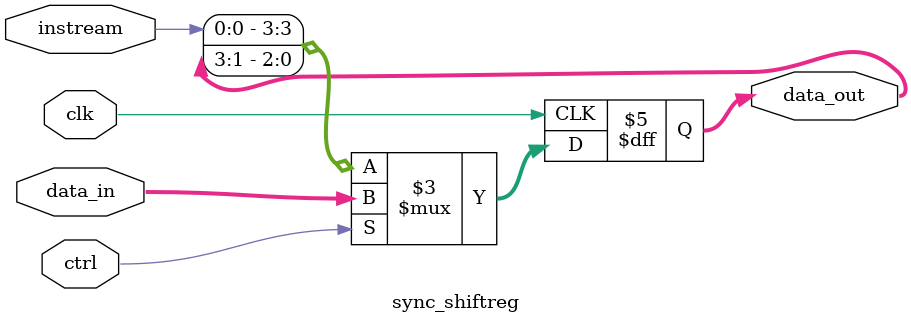
<source format=v>
`timescale 1ns / 1ps

module sync_shiftreg
    (input clk,
     input [3:0] data_in,
     output reg [3:0] data_out,
     input ctrl,
     input instream);

    always @ (posedge clk) begin
        if (ctrl) begin
            data_out <= data_in;
        end
        else begin  
            data_out <= {instream, data_out[3:1]};
        end
    end

endmodule

</source>
